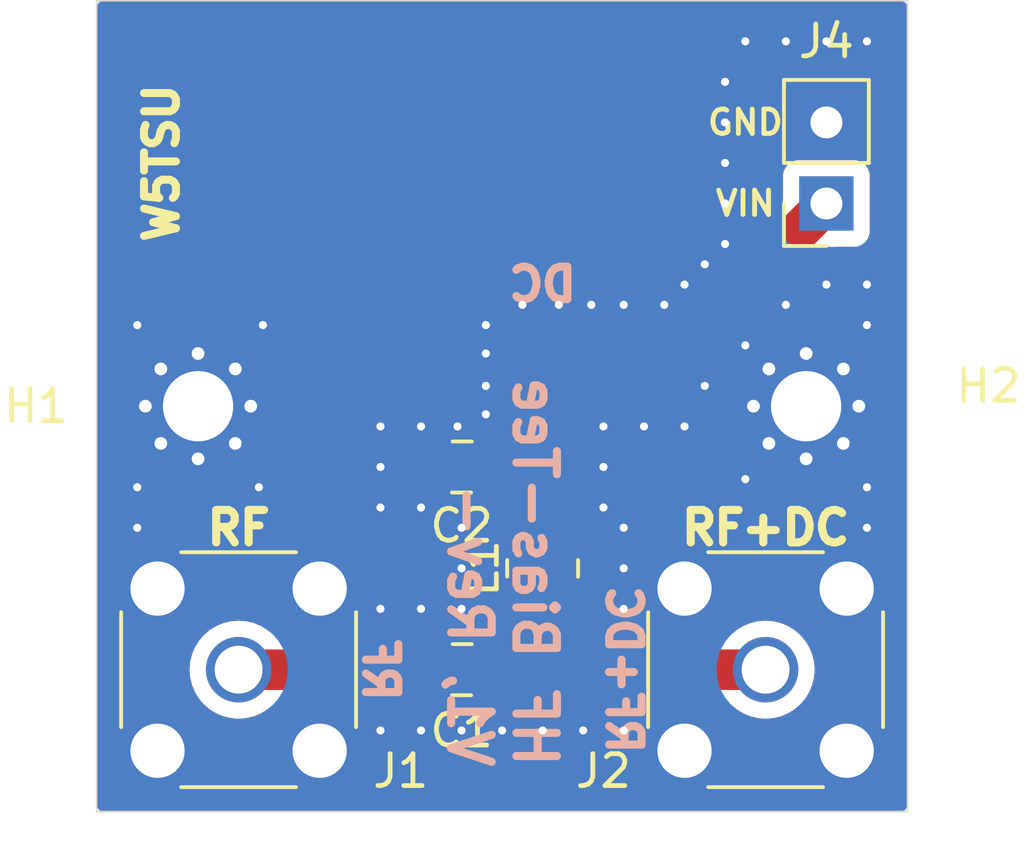
<source format=kicad_pcb>
(kicad_pcb (version 20221018) (generator pcbnew)
  (title_block (title "HF Bias Tee - Version 1") (date "2020-07-23") (rev "-") (company "Amateur Radio") (comment 2 "creativecommons.org/licenses/by/4.0/") (comment 3 "License: CC BY 4.0") (comment 4 "Author: Zach Leffke, KJ4QLP"))
  (layers (0 "F.Cu" signal) (31 "B.Cu" signal) (34 "B.Paste" user) (35 "F.Paste" user) (36 "B.SilkS" user "B.Silkscreen") (37 "F.SilkS" user "F.Silkscreen") (38 "B.Mask" user) (39 "F.Mask" user) (44 "Edge.Cuts" user))
  (net 0 "")
  (net 1 "Net-(C1-Pad1)")
  (net 2 "Net-(C1-Pad2)")
  (net 3 "GND")
  (net 4 "Net-(J4-Pad1)")
  (footprint "digikey-footprints:0805" (layer "F.Cu") (at 132.08 103.505 180)
    (fp_text reference "C1" (at 0 -1.905) (layer "F.SilkS"))
    (fp_text value "0.1uF")
    (fp_line (start -0.32 0.8) (end 0.28 0.8) (stroke (width 0.12)) (layer "F.SilkS"))
    (fp_line (start -0.3 -0.8) (end 0.3 -0.8) (stroke (width 0.12)) (layer "F.SilkS"))
    (pad "1" smd rect (at -1.05 0 180) (size 1.2 1.2) (layers "F.Cu" "F.Paste" "F.Mask") (net 1 "Net-(C1-Pad1)"))
    (pad "2" smd rect (at 1.05 0 180) (size 1.2 1.2) (layers "F.Cu" "F.Paste" "F.Mask") (net 2 "Net-(C1-Pad2)"))
  )
  (footprint "digikey-footprints:0805" (layer "F.Cu") (at 132.08 97.155 180)
    (fp_text reference "C2" (at 0 -1.84) (layer "F.SilkS"))
    (fp_text value "0.1uF")
    (fp_line (start -0.32 0.8) (end 0.28 0.8) (stroke (width 0.12)) (layer "F.SilkS"))
    (fp_line (start -0.3 -0.8) (end 0.3 -0.8) (stroke (width 0.12)) (layer "F.SilkS"))
    (pad "1" smd rect (at -1.05 0 180) (size 1.2 1.2) (layers "F.Cu" "F.Paste" "F.Mask") (net 4 "Net-(J4-Pad1)"))
    (pad "2" smd rect (at 1.05 0 180) (size 1.2 1.2) (layers "F.Cu" "F.Paste" "F.Mask") (net 3 "GND"))
  )
  (footprint "Connector_Coaxial:SMA_Amphenol_132134_Vertical" (layer "F.Cu") (at 125.095 103.505)
    (fp_text reference "J1" (at 5.08 3.175) (layer "F.SilkS"))
    (fp_text value "RF")
    (fp_line (start -3.68 -1.8) (end -3.68 1.8) (stroke (width 0.12)) (layer "F.SilkS"))
    (fp_line (start -1.8 -3.68) (end 1.8 -3.68) (stroke (width 0.12)) (layer "F.SilkS"))
    (fp_line (start -1.8 3.68) (end 1.8 3.68) (stroke (width 0.12)) (layer "F.SilkS"))
    (fp_line (start 3.68 -1.8) (end 3.68 1.8) (stroke (width 0.12)) (layer "F.SilkS"))
    (pad "1" thru_hole circle (at 0 0) (size 2.05 2.05) (drill 1.5) (layers "*.Cu" "*.Mask") (net 2 "Net-(C1-Pad2)"))
    (pad "2" thru_hole circle (at -2.54 -2.54) (size 2.25 2.25) (drill 1.7) (layers "*.Cu" "*.Mask") (net 3 "GND"))
    (pad "2" thru_hole circle (at -2.54 2.54) (size 2.25 2.25) (drill 1.7) (layers "*.Cu" "*.Mask") (net 3 "GND"))
    (pad "2" thru_hole circle (at 2.54 -2.54) (size 2.25 2.25) (drill 1.7) (layers "*.Cu" "*.Mask") (net 3 "GND"))
    (pad "2" thru_hole circle (at 2.54 2.54) (size 2.25 2.25) (drill 1.7) (layers "*.Cu" "*.Mask") (net 3 "GND"))
  )
  (footprint "Connector_Coaxial:SMA_Amphenol_132134_Vertical" (layer "F.Cu") (at 141.605 103.505)
    (fp_text reference "J2" (at -5.08 3.175) (layer "F.SilkS"))
    (fp_text value "RF+DC")
    (fp_line (start -3.68 -1.8) (end -3.68 1.8) (stroke (width 0.12)) (layer "F.SilkS"))
    (fp_line (start -1.8 -3.68) (end 1.8 -3.68) (stroke (width 0.12)) (layer "F.SilkS"))
    (fp_line (start -1.8 3.68) (end 1.8 3.68) (stroke (width 0.12)) (layer "F.SilkS"))
    (fp_line (start 3.68 -1.8) (end 3.68 1.8) (stroke (width 0.12)) (layer "F.SilkS"))
    (pad "1" thru_hole circle (at 0 0) (size 2.05 2.05) (drill 1.5) (layers "*.Cu" "*.Mask") (net 1 "Net-(C1-Pad1)"))
    (pad "2" thru_hole circle (at -2.54 -2.54) (size 2.25 2.25) (drill 1.7) (layers "*.Cu" "*.Mask") (net 3 "GND"))
    (pad "2" thru_hole circle (at -2.54 2.54) (size 2.25 2.25) (drill 1.7) (layers "*.Cu" "*.Mask") (net 3 "GND"))
    (pad "2" thru_hole circle (at 2.54 -2.54) (size 2.25 2.25) (drill 1.7) (layers "*.Cu" "*.Mask") (net 3 "GND"))
    (pad "2" thru_hole circle (at 2.54 2.54) (size 2.25 2.25) (drill 1.7) (layers "*.Cu" "*.Mask") (net 3 "GND"))
  )
  (footprint "Connector_PinSocket_2.54mm:PinSocket_1x02_P2.54mm_Vertical" (layer "F.Cu") (at 143.51 88.9 180)
    (fp_text reference "J4" (at 0 5.08) (layer "F.SilkS"))
    (fp_text value "DC")
    (fp_line (start -1.33 1.27) (end -1.33 3.87) (stroke (width 0.12)) (layer "F.SilkS"))
    (fp_line (start -1.33 1.27) (end 1.33 1.27) (stroke (width 0.12)) (layer "F.SilkS"))
    (fp_line (start -1.33 3.87) (end 1.33 3.87) (stroke (width 0.12)) (layer "F.SilkS"))
    (fp_line (start 0 -1.33) (end 1.33 -1.33) (stroke (width 0.12)) (layer "F.SilkS"))
    (fp_line (start 1.33 -1.33) (end 1.33 0) (stroke (width 0.12)) (layer "F.SilkS"))
    (fp_line (start 1.33 1.27) (end 1.33 3.87) (stroke (width 0.12)) (layer "F.SilkS"))
    (pad "1" thru_hole rect (at 0 0 180) (size 1.7 1.7) (drill 1) (layers "*.Cu" "*.Mask") (net 4 "Net-(J4-Pad1)"))
    (pad "2" thru_hole oval (at 0 2.54 180) (size 1.7 1.7) (drill 1) (layers "*.Cu" "*.Mask") (net 3 "GND"))
  )
  (footprint "Inductor_SMD:L_1008_2520Metric" (layer "F.Cu") (at 134.62 100.33 -90)
    (fp_text reference "L1" (at 0 1.905 90) (layer "F.SilkS"))
    (fp_text value "4.7uH")
    (fp_line (start -0.261252 -1.11) (end 0.261252 -1.11) (stroke (width 0.12)) (layer "F.SilkS"))
    (fp_line (start -0.261252 1.11) (end 0.261252 1.11) (stroke (width 0.12)) (layer "F.SilkS"))
    (pad "1" smd roundrect (at -1.075 0 270) (size 1.25 2.2) (layers "F.Cu" "F.Paste" "F.Mask") (roundrect_rratio 0.2) (net 4 "Net-(J4-Pad1)"))
    (pad "2" smd roundrect (at 1.075 0 270) (size 1.25 2.2) (layers "F.Cu" "F.Paste" "F.Mask") (roundrect_rratio 0.2) (net 1 "Net-(C1-Pad1)"))
  )
  (footprint "MountingHole:MountingHole_2.2mm_M2_Pad_Via" (layer "F.Cu") (at 123.825 95.25)
    (fp_text reference "H1" (at -5.08 0) (layer "F.SilkS"))
    (fp_text value "MHP")
    (pad "1" thru_hole circle (at -1.65 0) (size 0.7 0.7) (drill 0.4) (layers "*.Cu" "*.Mask") (net 3 "GND"))
    (pad "1" thru_hole circle (at -1.166726 -1.166726) (size 0.7 0.7) (drill 0.4) (layers "*.Cu" "*.Mask") (net 3 "GND"))
    (pad "1" thru_hole circle (at -1.166726 1.166726) (size 0.7 0.7) (drill 0.4) (layers "*.Cu" "*.Mask") (net 3 "GND"))
    (pad "1" thru_hole circle (at 0 -1.65) (size 0.7 0.7) (drill 0.4) (layers "*.Cu" "*.Mask") (net 3 "GND"))
    (pad "1" thru_hole circle (at 0 0) (size 4.4 4.4) (drill 2.2) (layers "*.Cu" "*.Mask") (net 3 "GND"))
    (pad "1" thru_hole circle (at 0 1.65) (size 0.7 0.7) (drill 0.4) (layers "*.Cu" "*.Mask") (net 3 "GND"))
    (pad "1" thru_hole circle (at 1.166726 -1.166726) (size 0.7 0.7) (drill 0.4) (layers "*.Cu" "*.Mask") (net 3 "GND"))
    (pad "1" thru_hole circle (at 1.166726 1.166726) (size 0.7 0.7) (drill 0.4) (layers "*.Cu" "*.Mask") (net 3 "GND"))
    (pad "1" thru_hole circle (at 1.65 0) (size 0.7 0.7) (drill 0.4) (layers "*.Cu" "*.Mask") (net 3 "GND"))
  )
  (footprint "MountingHole:MountingHole_2.2mm_M2_Pad_Via" (layer "F.Cu") (at 142.875 95.25)
    (fp_text reference "H2" (at 5.715 -0.635) (layer "F.SilkS"))
    (fp_text value "MHP")
    (pad "1" thru_hole circle (at -1.65 0) (size 0.7 0.7) (drill 0.4) (layers "*.Cu" "*.Mask") (net 3 "GND"))
    (pad "1" thru_hole circle (at -1.166726 -1.166726) (size 0.7 0.7) (drill 0.4) (layers "*.Cu" "*.Mask") (net 3 "GND"))
    (pad "1" thru_hole circle (at -1.166726 1.166726) (size 0.7 0.7) (drill 0.4) (layers "*.Cu" "*.Mask") (net 3 "GND"))
    (pad "1" thru_hole circle (at 0 -1.65) (size 0.7 0.7) (drill 0.4) (layers "*.Cu" "*.Mask") (net 3 "GND"))
    (pad "1" thru_hole circle (at 0 0) (size 4.4 4.4) (drill 2.2) (layers "*.Cu" "*.Mask") (net 3 "GND"))
    (pad "1" thru_hole circle (at 0 1.65) (size 0.7 0.7) (drill 0.4) (layers "*.Cu" "*.Mask") (net 3 "GND"))
    (pad "1" thru_hole circle (at 1.166726 -1.166726) (size 0.7 0.7) (drill 0.4) (layers "*.Cu" "*.Mask") (net 3 "GND"))
    (pad "1" thru_hole circle (at 1.166726 1.166726) (size 0.7 0.7) (drill 0.4) (layers "*.Cu" "*.Mask") (net 3 "GND"))
    (pad "1" thru_hole circle (at 1.65 0) (size 0.7 0.7) (drill 0.4) (layers "*.Cu" "*.Mask") (net 3 "GND"))
  )
  (gr_line (start 146.05 107.95) (end 120.65 107.95) (stroke (width 0.05)) (layer "Edge.Cuts"))
  (gr_line (start 120.65 82.55) (end 146.05 82.55) (stroke (width 0.05)) (layer "Edge.Cuts"))
  (gr_line (start 120.65 107.95) (end 120.65 82.55) (stroke (width 0.05)) (layer "Edge.Cuts"))
  (gr_line (start 146.05 82.55) (end 146.05 107.95) (stroke (width 0.05)) (layer "Edge.Cuts"))
  (gr_text "RF" (at 129.54 103.505 270) (layer "B.SilkS") (effects (font (size 1.016 1.016) (thickness 0.254)) (justify mirror)))
  (gr_text "RF+DC" (at 137.16 103.505 270) (layer "B.SilkS") (effects (font (size 1.016 1.016) (thickness 0.254)) (justify mirror)))
  (gr_text "DC" (at 134.62 91.44) (layer "B.SilkS") (effects (font (size 1.016 1.016) (thickness 0.254)) (justify mirror)))
  (gr_text "HF Bias-Tee\nV1, Rev-\n" (at 133.35 106.68 270) (layer "B.SilkS") (effects (font (size 1.27 1.27) (thickness 0.254)) (justify left mirror)))
  (gr_text "RF" (at 125.095 99.06) (layer "F.SilkS") (effects (font (size 1.016 1.016) (thickness 0.254))))
  (gr_text "VIN" (at 140.97 88.9) (layer "F.SilkS") (effects (font (size 0.762 0.762) (thickness 0.1524))))
  (gr_text "GND" (at 140.97 86.36) (layer "F.SilkS") (effects (font (size 0.762 0.762) (thickness 0.1524))))
  (gr_text "RF+DC" (at 141.605 99.06) (layer "F.SilkS") (effects (font (size 1.016 1.016) (thickness 0.254))))
  (gr_text "W5TSU" (at 122.682 87.63 90) (layer "F.SilkS") (effects (font (size 1 1) (thickness 0.25) bold)))
  (segment (start 134.62 103.505) (end 141.605 103.505) (width 1.27) (layer "F.Cu") (net 1))
  (segment (start 134.62 101.405) (end 134.62 103.505) (width 1.27) (layer "F.Cu") (net 1))
  (segment (start 134.62 103.505) (end 133.13 103.505) (width 1.27) (layer "F.Cu") (net 1))
  (segment (start 125.095 103.505) (end 131.03 103.505) (width 1.27) (layer "F.Cu") (net 2))
  (via (at 129.54 101.6) (size 0.508) (drill 0.254) (layers "F.Cu" "B.Cu") (net 3))
  (via (at 129.54 105.41) (size 0.508) (drill 0.254) (layers "F.Cu" "B.Cu") (net 3))
  (via (at 130.81 105.41) (size 0.508) (drill 0.254) (layers "F.Cu" "B.Cu") (net 3))
  (via (at 132.08 105.41) (size 0.508) (drill 0.254) (layers "F.Cu" "B.Cu") (net 3))
  (via (at 133.35 105.41) (size 0.508) (drill 0.254) (layers "F.Cu" "B.Cu") (net 3))
  (via (at 134.62 105.41) (size 0.508) (drill 0.254) (layers "F.Cu" "B.Cu") (net 3))
  (via (at 135.89 105.41) (size 0.508) (drill 0.254) (layers "F.Cu" "B.Cu") (net 3))
  (via (at 137.16 105.41) (size 0.508) (drill 0.254) (layers "F.Cu" "B.Cu") (net 3))
  (via (at 137.16 101.6) (size 0.508) (drill 0.254) (layers "F.Cu" "B.Cu") (net 3))
  (via (at 130.81 98.425) (size 0.508) (drill 0.254) (layers "F.Cu" "B.Cu") (net 3))
  (via (at 132.08 99.06) (size 0.508) (drill 0.254) (layers "F.Cu" "B.Cu") (net 3))
  (via (at 132.08 100.33) (size 0.508) (drill 0.254) (layers "F.Cu" "B.Cu") (net 3))
  (via (at 137.16 100.33) (size 0.508) (drill 0.254) (layers "F.Cu" "B.Cu") (net 3))
  (via (at 137.16 99.06) (size 0.508) (drill 0.254) (layers "F.Cu" "B.Cu") (net 3))
  (via (at 136.525 98.425) (size 0.508) (drill 0.254) (layers "F.Cu" "B.Cu") (net 3))
  (via (at 129.54 98.425) (size 0.508) (drill 0.254) (layers "F.Cu" "B.Cu") (net 3))
  (via (at 129.54 97.155) (size 0.508) (drill 0.254) (layers "F.Cu" "B.Cu") (net 3))
  (via (at 129.54 95.885) (size 0.508) (drill 0.254) (layers "F.Cu" "B.Cu") (net 3))
  (via (at 136.525 95.885) (size 0.508) (drill 0.254) (layers "F.Cu" "B.Cu") (net 3))
  (via (at 136.525 97.155) (size 0.508) (drill 0.254) (layers "F.Cu" "B.Cu") (net 3))
  (via (at 130.81 95.885) (size 0.508) (drill 0.254) (layers "F.Cu" "B.Cu") (net 3))
  (via (at 137.795 95.885) (size 0.508) (drill 0.254) (layers "F.Cu" "B.Cu") (net 3))
  (via (at 139.065 95.885) (size 0.508) (drill 0.254) (layers "F.Cu" "B.Cu") (net 3))
  (via (at 139.7 94.615) (size 0.508) (drill 0.254) (layers "F.Cu" "B.Cu") (net 3))
  (via (at 138.43 92.075) (size 0.508) (drill 0.254) (layers "F.Cu" "B.Cu") (net 3))
  (via (at 140.97 93.345) (size 0.508) (drill 0.254) (layers "F.Cu" "B.Cu") (net 3))
  (via (at 142.24 92.075) (size 0.508) (drill 0.254) (layers "F.Cu" "B.Cu") (net 3))
  (via (at 143.51 91.44) (size 0.508) (drill 0.254) (layers "F.Cu" "B.Cu") (net 3))
  (via (at 144.78 91.44) (size 0.508) (drill 0.254) (layers "F.Cu" "B.Cu") (net 3))
  (via (at 139.065 91.44) (size 0.508) (drill 0.254) (layers "F.Cu" "B.Cu") (net 3))
  (via (at 139.7 90.805) (size 0.508) (drill 0.254) (layers "F.Cu" "B.Cu") (net 3))
  (via (at 140.335 90.17) (size 0.508) (drill 0.254) (layers "F.Cu" "B.Cu") (net 3))
  (via (at 140.335 88.9) (size 0.508) (drill 0.254) (layers "F.Cu" "B.Cu") (net 3))
  (via (at 140.335 87.63) (size 0.508) (drill 0.254) (layers "F.Cu" "B.Cu") (net 3))
  (via (at 140.335 86.36) (size 0.508) (drill 0.254) (layers "F.Cu" "B.Cu") (net 3))
  (via (at 140.335 85.09) (size 0.508) (drill 0.254) (layers "F.Cu" "B.Cu") (net 3))
  (via (at 140.97 83.82) (size 0.508) (drill 0.254) (layers "F.Cu" "B.Cu") (net 3))
  (via (at 143.51 83.82) (size 0.508) (drill 0.254) (layers "F.Cu" "B.Cu") (net 3))
  (via (at 142.24 83.82) (size 0.508) (drill 0.254) (layers "F.Cu" "B.Cu") (net 3))
  (via (at 144.78 83.82) (size 0.508) (drill 0.254) (layers "F.Cu" "B.Cu") (net 3))
  (via (at 137.16 92.075) (size 0.508) (drill 0.254) (layers "F.Cu" "B.Cu") (net 3))
  (via (at 121.92 92.71) (size 0.508) (drill 0.254) (layers "F.Cu" "B.Cu") (net 3))
  (via (at 144.78 92.71) (size 0.508) (drill 0.254) (layers "F.Cu" "B.Cu") (net 3))
  (via (at 121.92 99.06) (size 0.508) (drill 0.254) (layers "F.Cu" "B.Cu") (net 3))
  (via (at 121.92 97.79) (size 0.508) (drill 0.254) (layers "F.Cu" "B.Cu") (net 3))
  (via (at 144.78 97.79) (size 0.508) (drill 0.254) (layers "F.Cu" "B.Cu") (net 3))
  (via (at 144.78 99.06) (size 0.508) (drill 0.254) (layers "F.Cu" "B.Cu") (net 3))
  (via (at 135.128 92.075) (size 0.508) (drill 0.254) (layers "F.Cu" "B.Cu") (net 3))
  (via (at 125.857 92.71) (size 0.508) (drill 0.254) (layers "F.Cu" "B.Cu") (net 3))
  (via (at 133.985 92.075) (size 0.508) (drill 0.254) (layers "F.Cu" "B.Cu") (net 3))
  (via (at 132.842 92.71) (size 0.508) (drill 0.254) (layers "F.Cu" "B.Cu") (net 3))
  (via (at 132.842 94.615) (size 0.508) (drill 0.254) (layers "F.Cu" "B.Cu") (net 3))
  (via (at 125.73 97.79) (size 0.508) (drill 0.254) (layers "F.Cu" "B.Cu") (net 3))
  (via (at 131.953 95.885) (size 0.508) (drill 0.254) (layers "F.Cu" "B.Cu") (net 3))
  (via (at 132.08 101.6) (size 0.508) (drill 0.254) (layers "F.Cu" "B.Cu") (net 3))
  (via (at 132.842 95.504) (size 0.508) (drill 0.254) (layers "F.Cu" "B.Cu") (net 3))
  (via (at 140.97 97.536) (size 0.508) (drill 0.254) (layers "F.Cu" "B.Cu") (net 3))
  (via (at 132.842 93.599) (size 0.508) (drill 0.254) (layers "F.Cu" "B.Cu") (net 3))
  (via (at 136.144 92.075) (size 0.508) (drill 0.254) (layers "F.Cu" "B.Cu") (net 3))
  (via (at 130.81 101.6) (size 0.508) (drill 0.254) (layers "F.Cu" "B.Cu") (net 3))
  (segment (start 134.62 97.917) (end 134.62 97.155) (width 1.27) (layer "F.Cu") (net 4))
  (segment (start 134.62 94.107) (end 134.62 97.917) (width 1.27) (layer "F.Cu") (net 4))
  (segment (start 138.303 94.107) (end 134.62 94.107) (width 1.27) (layer "F.Cu") (net 4))
  (segment (start 143.51 88.9) (end 138.303 94.107) (width 1.27) (layer "F.Cu") (net 4))
  (segment (start 133.13 97.155) (end 134.62 97.155) (width 1.27) (layer "F.Cu") (net 4))
  (segment (start 134.62 99.255) (end 134.62 97.917) (width 1.27) (layer "F.Cu") (net 4))
  (zone (net 3) (net_name "GND") (layer "F.Cu") (connect_pads yes (clearance 0.508)) (min_thickness 0.254) (fill yes (thermal_gap 0.508) (thermal_bridge_width 0.508))
    (polygon (pts (xy 146.05 107.95) (xy 120.65 107.95) (xy 120.65 82.55) (xy 146.05 82.55)))
  )
  (zone (net 3) (net_name "GND") (layer "B.Cu") (connect_pads yes (clearance 0.508)) (min_thickness 0.254) (fill yes (thermal_gap 0.508) (thermal_bridge_width 0.508))
    (polygon (pts (xy 146.05 107.95) (xy 120.65 107.95) (xy 120.65 82.55) (xy 146.05 82.55)))
  )
)
</source>
